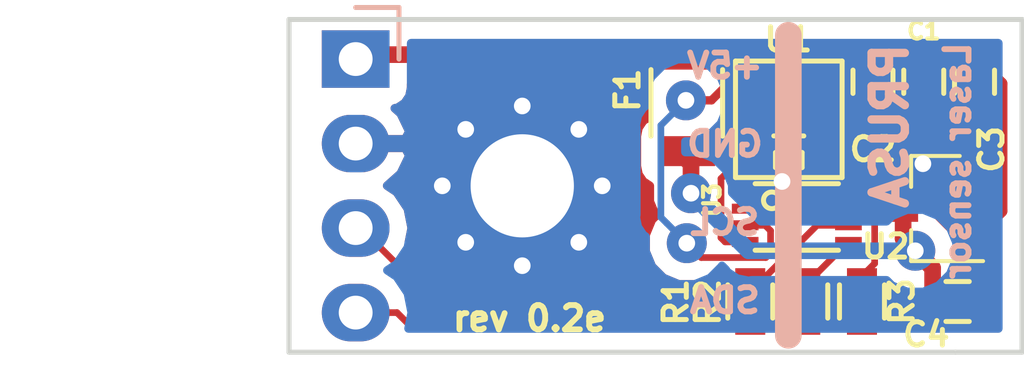
<source format=kicad_pcb>
(kicad_pcb (version 20171130) (host pcbnew "(5.0.0-rc2-dev-28-g5f578c884)")

  (general
    (thickness 1.6)
    (drawings 13)
    (tracks 115)
    (zones 0)
    (modules 13)
    (nets 11)
  )

  (page A4)
  (layers
    (0 F.Cu signal)
    (31 B.Cu signal)
    (32 B.Adhes user hide)
    (33 F.Adhes user hide)
    (34 B.Paste user hide)
    (35 F.Paste user hide)
    (36 B.SilkS user)
    (37 F.SilkS user)
    (38 B.Mask user hide)
    (39 F.Mask user)
    (40 Dwgs.User user hide)
    (41 Cmts.User user hide)
    (42 Eco1.User user hide)
    (43 Eco2.User user hide)
    (44 Edge.Cuts user)
    (45 Margin user hide)
    (46 B.CrtYd user hide)
    (47 F.CrtYd user)
    (48 B.Fab user hide)
    (49 F.Fab user hide)
  )

  (setup
    (last_trace_width 0.25)
    (user_trace_width 0.2)
    (user_trace_width 0.3)
    (user_trace_width 0.4)
    (user_trace_width 0.5)
    (trace_clearance 0.2)
    (zone_clearance 0.508)
    (zone_45_only no)
    (trace_min 0.2)
    (segment_width 0.2)
    (edge_width 0.15)
    (via_size 0.6)
    (via_drill 0.4)
    (via_min_size 0.4)
    (via_min_drill 0.3)
    (user_via 1.2 0.5)
    (uvia_size 0.3)
    (uvia_drill 0.1)
    (uvias_allowed no)
    (uvia_min_size 0.2)
    (uvia_min_drill 0.1)
    (pcb_text_width 0.3)
    (pcb_text_size 1.5 1.5)
    (mod_edge_width 0.15)
    (mod_text_size 1 1)
    (mod_text_width 0.15)
    (pad_size 0.6 0.6)
    (pad_drill 0.5)
    (pad_to_mask_clearance 0.2)
    (aux_axis_origin 0 0)
    (visible_elements FFFFFF7F)
    (pcbplotparams
      (layerselection 0x010fc_ffffffff)
      (usegerberextensions true)
      (usegerberattributes false)
      (usegerberadvancedattributes false)
      (creategerberjobfile false)
      (excludeedgelayer true)
      (linewidth 0.100000)
      (plotframeref false)
      (viasonmask false)
      (mode 1)
      (useauxorigin false)
      (hpglpennumber 1)
      (hpglpenspeed 20)
      (hpglpendiameter 15)
      (psnegative false)
      (psa4output false)
      (plotreference true)
      (plotvalue true)
      (plotinvisibletext false)
      (padsonsilk false)
      (subtractmaskfromsilk false)
      (outputformat 1)
      (mirror false)
      (drillshape 0)
      (scaleselection 1)
      (outputdirectory gerber/))
  )

  (net 0 "")
  (net 1 "Net-(C1-Pad1)")
  (net 2 GND)
  (net 3 "Net-(C2-Pad1)")
  (net 4 "Net-(P1-Pad3)")
  (net 5 "Net-(C4-Pad1)")
  (net 6 "Net-(P1-Pad4)")
  (net 7 "Net-(U1-Pad5)")
  (net 8 "Net-(U1-Pad6)")
  (net 9 "Net-(F1-Pad1)")
  (net 10 "Net-(R3-Pad1)")

  (net_class Default "Toto je výchozí třída sítě."
    (clearance 0.2)
    (trace_width 0.25)
    (via_dia 0.6)
    (via_drill 0.4)
    (uvia_dia 0.3)
    (uvia_drill 0.1)
    (add_net GND)
    (add_net "Net-(C1-Pad1)")
    (add_net "Net-(C2-Pad1)")
    (add_net "Net-(C4-Pad1)")
    (add_net "Net-(F1-Pad1)")
    (add_net "Net-(P1-Pad3)")
    (add_net "Net-(P1-Pad4)")
    (add_net "Net-(R3-Pad1)")
    (add_net "Net-(U1-Pad5)")
    (add_net "Net-(U1-Pad6)")
  )

  (module Pin_Headers:Pin_Header_Angled_1x04 (layer B.Cu) (tedit 5970B133) (tstamp 5970B04B)
    (at 2 -8.81 180)
    (descr "Through hole pin header")
    (tags "pin header")
    (path /596DEB87)
    (fp_text reference P1 (at 0 5.1 180) (layer B.SilkS) hide
      (effects (font (size 1 1) (thickness 0.15)) (justify mirror))
    )
    (fp_text value CONN_01X04 (at 0 3.1 180) (layer B.Fab)
      (effects (font (size 1 1) (thickness 0.15)) (justify mirror))
    )
    (fp_line (start -1.5 1.75) (end -1.5 -9.4) (layer B.CrtYd) (width 0.05))
    (fp_line (start -1.5 1.75) (end 10.65 1.75) (layer B.CrtYd) (width 0.05))
    (fp_line (start -1.5 -9.4) (end 10.65 -9.4) (layer B.CrtYd) (width 0.05))
    (fp_line (start -1.3 1.55) (end -1.3 0) (layer B.SilkS) (width 0.15))
    (fp_line (start 0 1.55) (end -1.3 1.55) (layer B.SilkS) (width 0.15))
    (pad 1 thru_hole rect (at 0 0 180) (size 2.032 1.7272) (drill 1.016) (layers *.Cu *.Mask)
      (net 9 "Net-(F1-Pad1)"))
    (pad 2 thru_hole oval (at 0 -2.54 180) (size 2.032 1.7272) (drill 1.016) (layers *.Cu *.Mask)
      (net 2 GND))
    (pad 3 thru_hole oval (at 0 -5.08 180) (size 2.032 1.7272) (drill 1.016) (layers *.Cu *.Mask)
      (net 4 "Net-(P1-Pad3)"))
    (pad 4 thru_hole oval (at 0 -7.62 180) (size 2.032 1.7272) (drill 1.016) (layers *.Cu *.Mask)
      (net 6 "Net-(P1-Pad4)"))
    (model Pin_Headers.3dshapes/Pin_Header_Angled_1x04.wrl
      (offset (xyz 0 -3.809999942779541 0))
      (scale (xyz 1 1 1))
      (rotate (xyz 0 0 90))
    )
  )

  (module Mounting_Holes:MountingHole_3.2mm_M3_Pad_Via locked (layer F.Cu) (tedit 5AE2F1DD) (tstamp 596DEB2A)
    (at 7 -5)
    (descr "Mounting Hole 3.2mm, M3")
    (tags "mounting hole 3.2mm m3")
    (fp_text reference REF** (at 0 -4.2) (layer F.SilkS) hide
      (effects (font (size 1 1) (thickness 0.15)))
    )
    (fp_text value MountingHole_3.2mm_M3_Pad_Via (at 0 4.2) (layer F.Fab) hide
      (effects (font (size 1 1) (thickness 0.15)))
    )
    (fp_circle (center 0 0) (end 3.2 0) (layer Cmts.User) (width 0.15))
    (fp_circle (center 0 0) (end 3.45 0) (layer F.CrtYd) (width 0.05))
    (pad 1 thru_hole circle (at 0 0) (size 6 6) (drill 3.1) (layers *.Cu *.Mask)
      (net 2 GND) (zone_connect 2))
    (pad "" thru_hole circle (at 2.4 0) (size 0.6 0.6) (drill 0.5) (layers *.Cu *.Mask)
      (net 2 GND) (zone_connect 2))
    (pad "" thru_hole circle (at 1.697056 1.697056) (size 0.6 0.6) (drill 0.5) (layers *.Cu *.Mask)
      (net 2 GND) (zone_connect 2))
    (pad "" thru_hole circle (at 0 2.4) (size 0.6 0.6) (drill 0.5) (layers *.Cu *.Mask)
      (net 2 GND) (zone_connect 2))
    (pad "" thru_hole circle (at -1.697056 1.697056) (size 0.6 0.6) (drill 0.5) (layers *.Cu *.Mask)
      (net 2 GND) (zone_connect 2))
    (pad "" thru_hole circle (at -2.4 0) (size 0.6 0.6) (drill 0.5) (layers *.Cu *.Mask)
      (net 2 GND) (zone_connect 2))
    (pad "" thru_hole circle (at -1.697056 -1.697056) (size 0.6 0.6) (drill 0.5) (layers *.Cu *.Mask)
      (net 2 GND) (zone_connect 2))
    (pad "" thru_hole circle (at 0 -2.4) (size 0.6 0.6) (drill 0.5) (layers *.Cu *.Mask)
      (net 2 GND) (zone_connect 2))
    (pad "" thru_hole circle (at 1.697056 -1.697056) (size 0.6 0.6) (drill 0.5) (layers *.Cu *.Mask)
      (net 2 GND) (zone_connect 2))
  )

  (module Capacitors_SMD:C_0603 (layer F.Cu) (tedit 5970C669) (tstamp 596DEDF4)
    (at 19.05 -8.128 90)
    (descr "Capacitor SMD 0603, reflow soldering, AVX (see smccp.pdf)")
    (tags "capacitor 0603")
    (path /596DEA23)
    (attr smd)
    (fp_text reference C1 (at 1.524 0 180) (layer F.SilkS)
      (effects (font (size 0.5 0.5) (thickness 0.125)))
    )
    (fp_text value 4u7 (at 0 1.9 90) (layer F.Fab)
      (effects (font (size 1 1) (thickness 0.15)))
    )
    (fp_line (start -0.8 0.4) (end -0.8 -0.4) (layer F.Fab) (width 0.15))
    (fp_line (start 0.8 0.4) (end -0.8 0.4) (layer F.Fab) (width 0.15))
    (fp_line (start 0.8 -0.4) (end 0.8 0.4) (layer F.Fab) (width 0.15))
    (fp_line (start -0.8 -0.4) (end 0.8 -0.4) (layer F.Fab) (width 0.15))
    (fp_line (start -1.45 -0.75) (end 1.45 -0.75) (layer F.CrtYd) (width 0.05))
    (fp_line (start -1.45 0.75) (end 1.45 0.75) (layer F.CrtYd) (width 0.05))
    (fp_line (start -1.45 -0.75) (end -1.45 0.75) (layer F.CrtYd) (width 0.05))
    (fp_line (start 1.45 -0.75) (end 1.45 0.75) (layer F.CrtYd) (width 0.05))
    (fp_line (start -0.35 -0.6) (end 0.35 -0.6) (layer F.SilkS) (width 0.15))
    (fp_line (start 0.35 0.6) (end -0.35 0.6) (layer F.SilkS) (width 0.15))
    (pad 1 smd rect (at -0.75 0 90) (size 0.8 0.75) (layers F.Cu F.Paste F.Mask)
      (net 1 "Net-(C1-Pad1)"))
    (pad 2 smd rect (at 0.75 0 90) (size 0.8 0.75) (layers F.Cu F.Paste F.Mask)
      (net 2 GND))
    (model Capacitors_SMD.3dshapes/C_0603.wrl
      (at (xyz 0 0 0))
      (scale (xyz 1 1 1))
      (rotate (xyz 0 0 0))
    )
  )

  (module Capacitors_SMD:C_0603 (layer F.Cu) (tedit 596DEE02) (tstamp 596DEDF9)
    (at 17.526 -8.128 90)
    (descr "Capacitor SMD 0603, reflow soldering, AVX (see smccp.pdf)")
    (tags "capacitor 0603")
    (path /596DE985)
    (attr smd)
    (fp_text reference C2 (at -2.032 0) (layer F.SilkS)
      (effects (font (size 0.7 0.7) (thickness 0.15)))
    )
    (fp_text value 10u (at 0 1.9 90) (layer F.Fab)
      (effects (font (size 1 1) (thickness 0.15)))
    )
    (fp_line (start -0.8 0.4) (end -0.8 -0.4) (layer F.Fab) (width 0.15))
    (fp_line (start 0.8 0.4) (end -0.8 0.4) (layer F.Fab) (width 0.15))
    (fp_line (start 0.8 -0.4) (end 0.8 0.4) (layer F.Fab) (width 0.15))
    (fp_line (start -0.8 -0.4) (end 0.8 -0.4) (layer F.Fab) (width 0.15))
    (fp_line (start -1.45 -0.75) (end 1.45 -0.75) (layer F.CrtYd) (width 0.05))
    (fp_line (start -1.45 0.75) (end 1.45 0.75) (layer F.CrtYd) (width 0.05))
    (fp_line (start -1.45 -0.75) (end -1.45 0.75) (layer F.CrtYd) (width 0.05))
    (fp_line (start 1.45 -0.75) (end 1.45 0.75) (layer F.CrtYd) (width 0.05))
    (fp_line (start -0.35 -0.6) (end 0.35 -0.6) (layer F.SilkS) (width 0.15))
    (fp_line (start 0.35 0.6) (end -0.35 0.6) (layer F.SilkS) (width 0.15))
    (pad 1 smd rect (at -0.75 0 90) (size 0.8 0.75) (layers F.Cu F.Paste F.Mask)
      (net 3 "Net-(C2-Pad1)"))
    (pad 2 smd rect (at 0.75 0 90) (size 0.8 0.75) (layers F.Cu F.Paste F.Mask)
      (net 2 GND))
    (model Capacitors_SMD.3dshapes/C_0603.wrl
      (at (xyz 0 0 0))
      (scale (xyz 1 1 1))
      (rotate (xyz 0 0 0))
    )
  )

  (module Capacitors_SMD:C_0603 (layer F.Cu) (tedit 596DEDF9) (tstamp 596DEDFE)
    (at 20.574 -8.128 90)
    (descr "Capacitor SMD 0603, reflow soldering, AVX (see smccp.pdf)")
    (tags "capacitor 0603")
    (path /596DE90B)
    (attr smd)
    (fp_text reference C3 (at -2.032 0.508 270) (layer F.SilkS)
      (effects (font (size 0.7 0.7) (thickness 0.15)))
    )
    (fp_text value 100n (at 0 1.9 90) (layer F.Fab)
      (effects (font (size 1 1) (thickness 0.15)))
    )
    (fp_line (start -0.8 0.4) (end -0.8 -0.4) (layer F.Fab) (width 0.15))
    (fp_line (start 0.8 0.4) (end -0.8 0.4) (layer F.Fab) (width 0.15))
    (fp_line (start 0.8 -0.4) (end 0.8 0.4) (layer F.Fab) (width 0.15))
    (fp_line (start -0.8 -0.4) (end 0.8 -0.4) (layer F.Fab) (width 0.15))
    (fp_line (start -1.45 -0.75) (end 1.45 -0.75) (layer F.CrtYd) (width 0.05))
    (fp_line (start -1.45 0.75) (end 1.45 0.75) (layer F.CrtYd) (width 0.05))
    (fp_line (start -1.45 -0.75) (end -1.45 0.75) (layer F.CrtYd) (width 0.05))
    (fp_line (start 1.45 -0.75) (end 1.45 0.75) (layer F.CrtYd) (width 0.05))
    (fp_line (start -0.35 -0.6) (end 0.35 -0.6) (layer F.SilkS) (width 0.15))
    (fp_line (start 0.35 0.6) (end -0.35 0.6) (layer F.SilkS) (width 0.15))
    (pad 1 smd rect (at -0.75 0 90) (size 0.8 0.75) (layers F.Cu F.Paste F.Mask)
      (net 3 "Net-(C2-Pad1)"))
    (pad 2 smd rect (at 0.75 0 90) (size 0.8 0.75) (layers F.Cu F.Paste F.Mask)
      (net 2 GND))
    (model Capacitors_SMD.3dshapes/C_0603.wrl
      (at (xyz 0 0 0))
      (scale (xyz 1 1 1))
      (rotate (xyz 0 0 0))
    )
  )

  (module Capacitors_SMD:C_0603 (layer F.Cu) (tedit 5AE2F248) (tstamp 596F3D33)
    (at 20.066 -1.524)
    (descr "Capacitor SMD 0603, reflow soldering, AVX (see smccp.pdf)")
    (tags "capacitor 0603")
    (path /596F4648)
    (attr smd)
    (fp_text reference C4 (at -0.9398 0.9906 180) (layer F.SilkS)
      (effects (font (size 0.7 0.7) (thickness 0.15)))
    )
    (fp_text value 4u7 (at -0.066 0.024) (layer F.Fab)
      (effects (font (size 0.5 0.5) (thickness 0.125)))
    )
    (fp_line (start -0.8 0.4) (end -0.8 -0.4) (layer F.Fab) (width 0.15))
    (fp_line (start 0.8 0.4) (end -0.8 0.4) (layer F.Fab) (width 0.15))
    (fp_line (start 0.8 -0.4) (end 0.8 0.4) (layer F.Fab) (width 0.15))
    (fp_line (start -0.8 -0.4) (end 0.8 -0.4) (layer F.Fab) (width 0.15))
    (fp_line (start -1.45 -0.75) (end 1.45 -0.75) (layer F.CrtYd) (width 0.05))
    (fp_line (start -1.45 0.75) (end 1.45 0.75) (layer F.CrtYd) (width 0.05))
    (fp_line (start -1.45 -0.75) (end -1.45 0.75) (layer F.CrtYd) (width 0.05))
    (fp_line (start 1.45 -0.75) (end 1.45 0.75) (layer F.CrtYd) (width 0.05))
    (fp_line (start -0.35 -0.6) (end 0.35 -0.6) (layer F.SilkS) (width 0.15))
    (fp_line (start 0.35 0.6) (end -0.35 0.6) (layer F.SilkS) (width 0.15))
    (pad 1 smd rect (at -0.75 0) (size 0.8 0.75) (layers F.Cu F.Paste F.Mask)
      (net 5 "Net-(C4-Pad1)"))
    (pad 2 smd rect (at 0.75 0) (size 0.8 0.75) (layers F.Cu F.Paste F.Mask)
      (net 2 GND))
    (model Capacitors_SMD.3dshapes/C_0603.wrl
      (at (xyz 0 0 0))
      (scale (xyz 1 1 1))
      (rotate (xyz 0 0 0))
    )
  )

  (module TO_SOT_Packages_SMD:SOT-23 (layer F.Cu) (tedit 5AE2F275) (tstamp 5A8C1F32)
    (at 19.431 -4.318 180)
    (descr "SOT-23, Standard")
    (tags SOT-23)
    (path /596F382C)
    (attr smd)
    (fp_text reference U2 (at 1.524 -1.143) (layer F.SilkS)
      (effects (font (size 0.7 0.7) (thickness 0.15)))
    )
    (fp_text value MCP1703T (at -0.069 -0.118 270) (layer F.Fab)
      (effects (font (size 0.5 0.5) (thickness 0.125)))
    )
    (fp_line (start 0.76 1.58) (end 0.76 0.65) (layer F.SilkS) (width 0.12))
    (fp_line (start 0.76 -1.58) (end 0.76 -0.65) (layer F.SilkS) (width 0.12))
    (fp_line (start 0.7 -1.52) (end 0.7 1.52) (layer F.Fab) (width 0.15))
    (fp_line (start -0.7 1.52) (end 0.7 1.52) (layer F.Fab) (width 0.15))
    (fp_line (start -1.7 -1.75) (end 1.7 -1.75) (layer F.CrtYd) (width 0.05))
    (fp_line (start 1.7 -1.75) (end 1.7 1.75) (layer F.CrtYd) (width 0.05))
    (fp_line (start 1.7 1.75) (end -1.7 1.75) (layer F.CrtYd) (width 0.05))
    (fp_line (start -1.7 1.75) (end -1.7 -1.75) (layer F.CrtYd) (width 0.05))
    (fp_line (start 0.76 -1.58) (end -1.4 -1.58) (layer F.SilkS) (width 0.12))
    (fp_line (start -0.7 -1.52) (end 0.7 -1.52) (layer F.Fab) (width 0.15))
    (fp_line (start -0.7 -1.52) (end -0.7 1.52) (layer F.Fab) (width 0.15))
    (fp_line (start 0.76 1.58) (end -0.7 1.58) (layer F.SilkS) (width 0.12))
    (pad 1 smd rect (at -1 -0.95 180) (size 0.9 0.8) (layers F.Cu F.Paste F.Mask)
      (net 2 GND))
    (pad 2 smd rect (at -1 0.95 180) (size 0.9 0.8) (layers F.Cu F.Paste F.Mask)
      (net 3 "Net-(C2-Pad1)"))
    (pad 3 smd rect (at 1 0 180) (size 0.9 0.8) (layers F.Cu F.Paste F.Mask)
      (net 5 "Net-(C4-Pad1)"))
    (model TO_SOT_Packages_SMD.3dshapes/SOT-23.wrl
      (at (xyz 0 0 0))
      (scale (xyz 1 1 1))
      (rotate (xyz 0 0 90))
    )
  )

  (module Resistors_SMD:R_0603 (layer F.Cu) (tedit 5AE2F1F5) (tstamp 5A8C1A60)
    (at 13.843 -1.524 270)
    (descr "Resistor SMD 0603, reflow soldering, Vishay (see dcrcw.pdf)")
    (tags "resistor 0603")
    (path /596F62F7)
    (attr smd)
    (fp_text reference R1 (at 0.0254 2.2352 90) (layer F.SilkS)
      (effects (font (size 0.7 0.7) (thickness 0.15)))
    )
    (fp_text value 4k7 (at 0.024 -0.057 270) (layer F.Fab)
      (effects (font (size 0.5 0.5) (thickness 0.125)))
    )
    (fp_line (start -0.8 0.4) (end -0.8 -0.4) (layer F.Fab) (width 0.1))
    (fp_line (start 0.8 0.4) (end -0.8 0.4) (layer F.Fab) (width 0.1))
    (fp_line (start 0.8 -0.4) (end 0.8 0.4) (layer F.Fab) (width 0.1))
    (fp_line (start -0.8 -0.4) (end 0.8 -0.4) (layer F.Fab) (width 0.1))
    (fp_line (start -1.3 -0.8) (end 1.3 -0.8) (layer F.CrtYd) (width 0.05))
    (fp_line (start -1.3 0.8) (end 1.3 0.8) (layer F.CrtYd) (width 0.05))
    (fp_line (start -1.3 -0.8) (end -1.3 0.8) (layer F.CrtYd) (width 0.05))
    (fp_line (start 1.3 -0.8) (end 1.3 0.8) (layer F.CrtYd) (width 0.05))
    (fp_line (start 0.5 0.675) (end -0.5 0.675) (layer F.SilkS) (width 0.15))
    (fp_line (start -0.5 -0.675) (end 0.5 -0.675) (layer F.SilkS) (width 0.15))
    (pad 1 smd rect (at -0.75 0 270) (size 0.5 0.9) (layers F.Cu F.Paste F.Mask)
      (net 4 "Net-(P1-Pad3)"))
    (pad 2 smd rect (at 0.75 0 270) (size 0.5 0.9) (layers F.Cu F.Paste F.Mask)
      (net 5 "Net-(C4-Pad1)"))
    (model Resistors_SMD.3dshapes/R_0603.wrl
      (at (xyz 0 0 0))
      (scale (xyz 1 1 1))
      (rotate (xyz 0 0 0))
    )
  )

  (module Resistors_SMD:R_0603 (layer F.Cu) (tedit 5AE2F220) (tstamp 596F7D92)
    (at 15.494 -1.524 90)
    (descr "Resistor SMD 0603, reflow soldering, Vishay (see dcrcw.pdf)")
    (tags "resistor 0603")
    (path /596F63F4)
    (attr smd)
    (fp_text reference R2 (at -0.0254 -2.921 90) (layer F.SilkS)
      (effects (font (size 0.7 0.7) (thickness 0.15)))
    )
    (fp_text value 4k7 (at -0.024 0.006 90) (layer F.Fab)
      (effects (font (size 0.5 0.5) (thickness 0.125)))
    )
    (fp_line (start -0.8 0.4) (end -0.8 -0.4) (layer F.Fab) (width 0.1))
    (fp_line (start 0.8 0.4) (end -0.8 0.4) (layer F.Fab) (width 0.1))
    (fp_line (start 0.8 -0.4) (end 0.8 0.4) (layer F.Fab) (width 0.1))
    (fp_line (start -0.8 -0.4) (end 0.8 -0.4) (layer F.Fab) (width 0.1))
    (fp_line (start -1.3 -0.8) (end 1.3 -0.8) (layer F.CrtYd) (width 0.05))
    (fp_line (start -1.3 0.8) (end 1.3 0.8) (layer F.CrtYd) (width 0.05))
    (fp_line (start -1.3 -0.8) (end -1.3 0.8) (layer F.CrtYd) (width 0.05))
    (fp_line (start 1.3 -0.8) (end 1.3 0.8) (layer F.CrtYd) (width 0.05))
    (fp_line (start 0.5 0.675) (end -0.5 0.675) (layer F.SilkS) (width 0.15))
    (fp_line (start -0.5 -0.675) (end 0.5 -0.675) (layer F.SilkS) (width 0.15))
    (pad 1 smd rect (at -0.75 0 90) (size 0.5 0.9) (layers F.Cu F.Paste F.Mask)
      (net 5 "Net-(C4-Pad1)"))
    (pad 2 smd rect (at 0.75 0 90) (size 0.5 0.9) (layers F.Cu F.Paste F.Mask)
      (net 6 "Net-(P1-Pad4)"))
    (model Resistors_SMD.3dshapes/R_0603.wrl
      (at (xyz 0 0 0))
      (scale (xyz 1 1 1))
      (rotate (xyz 0 0 0))
    )
  )

  (module ok1hra:PAT9125EL (layer F.Cu) (tedit 595117B6) (tstamp 596F8436)
    (at 15 -7 90)
    (path /595118F0)
    (attr smd)
    (fp_text reference U1 (at 2.398 -0.014 180) (layer F.SilkS)
      (effects (font (size 0.7 0.7) (thickness 0.15)))
    )
    (fp_text value PAT9125EL (at 0 -2.3 90) (layer F.Fab)
      (effects (font (size 0.7 0.7) (thickness 0.15)))
    )
    (fp_line (start -0.5 -0.45) (end -0.5 0.45) (layer F.SilkS) (width 0.15))
    (fp_line (start -1 -0.4) (end -1.45 -0.4) (layer F.SilkS) (width 0.15))
    (fp_line (start -1 0.4) (end -1 -0.4) (layer F.SilkS) (width 0.15))
    (fp_line (start -1.45 0.4) (end -1 0.4) (layer F.SilkS) (width 0.15))
    (fp_line (start -1.45 -0.4) (end -1.45 0.4) (layer F.SilkS) (width 0.15))
    (fp_line (start -1.75 1.6) (end -1.75 -1.6) (layer F.SilkS) (width 0.15))
    (fp_line (start 1.75 1.6) (end -1.75 1.6) (layer F.SilkS) (width 0.15))
    (fp_line (start 1.75 -1.6) (end 1.75 1.6) (layer F.SilkS) (width 0.15))
    (fp_line (start -1.75 -1.6) (end 1.75 -1.6) (layer F.SilkS) (width 0.15))
    (pad 1 smd rect (at -1.2 1.065 90) (size 0.5 0.75) (layers F.Cu F.Paste F.Mask)
      (net 3 "Net-(C2-Pad1)"))
    (pad 2 smd rect (at -0.4 1.065 90) (size 0.5 0.75) (layers F.Cu F.Paste F.Mask)
      (net 1 "Net-(C1-Pad1)"))
    (pad 3 smd rect (at 0.4 1.065 90) (size 0.5 0.75) (layers F.Cu F.Paste F.Mask)
      (net 3 "Net-(C2-Pad1)"))
    (pad 4 smd rect (at 1.2 1.065 90) (size 0.5 0.75) (layers F.Cu F.Paste F.Mask)
      (net 2 GND))
    (pad 5 smd rect (at 1.2 -1.065 90) (size 0.5 0.75) (layers F.Cu F.Paste F.Mask)
      (net 7 "Net-(U1-Pad5)"))
    (pad 6 smd rect (at 0.4 -1.065 90) (size 0.5 0.75) (layers F.Cu F.Paste F.Mask)
      (net 8 "Net-(U1-Pad6)"))
    (pad 7 smd rect (at -0.4 -1.065 90) (size 0.5 0.75) (layers F.Cu F.Paste F.Mask))
    (pad 8 smd rect (at -1.2 -1.065 90) (size 0.5 0.75) (layers F.Cu F.Paste F.Mask)
      (net 2 GND))
    (pad 9 smd circle (at 1.15 0 90) (size 0.69 0.69) (layers F.Cu F.Paste F.Mask))
    (model ../../../../../home/dan/kicad/img/PAC7640.wrl
      (at (xyz 0 0 0))
      (scale (xyz 0.393701 0.393701 0.393701))
      (rotate (xyz 0 0 0))
    )
    (model ../../../../../home/dan/kicad/img/PAC7640.wrl
      (at (xyz 0 0 0))
      (scale (xyz 0.393700787 0.393700787 0.393700787))
      (rotate (xyz 0 0 0))
    )
  )

  (module ok1hra:LSF0102 (layer F.Cu) (tedit 5809029C) (tstamp 5A8C0DEA)
    (at 15.24 -4.064 90)
    (path /596F5C76)
    (attr smd)
    (fp_text reference U3 (at 0.508 -2.54 90) (layer F.SilkS)
      (effects (font (size 0.5 0.5) (thickness 0.125)))
    )
    (fp_text value LSF0102 (at -0.164 0) (layer F.Fab)
      (effects (font (size 0.5 0.5) (thickness 0.125)))
    )
    (fp_circle (center 0.5 -0.75) (end 0.25 -0.75) (layer F.SilkS) (width 0.15))
    (fp_line (start -1 1.25) (end -1 -1.25) (layer F.SilkS) (width 0.15))
    (fp_line (start 1 -1.25) (end 1 1.25) (layer F.SilkS) (width 0.15))
    (pad 1 smd rect (at 0.75 -1.55 270) (size 0.3 0.8) (layers F.Cu F.Paste F.Mask)
      (net 2 GND))
    (pad 2 smd rect (at 0.25 -1.55 270) (size 0.3 0.8) (layers F.Cu F.Paste F.Mask)
      (net 3 "Net-(C2-Pad1)"))
    (pad 3 smd rect (at -0.25 -1.55 270) (size 0.3 0.8) (layers F.Cu F.Paste F.Mask)
      (net 7 "Net-(U1-Pad5)"))
    (pad 4 smd rect (at -0.75 -1.55 270) (size 0.3 0.8) (layers F.Cu F.Paste F.Mask)
      (net 8 "Net-(U1-Pad6)"))
    (pad 5 smd rect (at -0.75 1.55 270) (size 0.3 0.8) (layers F.Cu F.Paste F.Mask)
      (net 6 "Net-(P1-Pad4)"))
    (pad 6 smd rect (at -0.25 1.55 270) (size 0.3 0.8) (layers F.Cu F.Paste F.Mask)
      (net 4 "Net-(P1-Pad3)"))
    (pad 7 smd rect (at 0.25 1.55 270) (size 0.3 0.8) (layers F.Cu F.Paste F.Mask)
      (net 10 "Net-(R3-Pad1)"))
    (pad 8 smd rect (at 0.75 1.55 270) (size 0.3 0.8) (layers F.Cu F.Paste F.Mask)
      (net 10 "Net-(R3-Pad1)"))
    (model /home/dan/kicad/hra/lib/ok1hra3d/AB2_VSSOP08.wrl
      (at (xyz 0 0 0))
      (scale (xyz 0.3 0.3 0.3))
      (rotate (xyz 0 0 0))
    )
  )

  (module Resistors_SMD:R_1206 (layer F.Cu) (tedit 5A8B003C) (tstamp 5A8C21F2)
    (at 11.938 -7.493 270)
    (descr "Resistor SMD 1206, reflow soldering, Vishay (see dcrcw.pdf)")
    (tags "resistor 1206")
    (path /5A8AF791)
    (attr smd)
    (fp_text reference F1 (at -0.381 1.778 270) (layer F.SilkS)
      (effects (font (size 0.7 0.7) (thickness 0.15)))
    )
    (fp_text value 50mA (at 0 2.3 270) (layer F.Fab)
      (effects (font (size 1 1) (thickness 0.15)))
    )
    (fp_line (start -1.6 0.8) (end -1.6 -0.8) (layer F.Fab) (width 0.1))
    (fp_line (start 1.6 0.8) (end -1.6 0.8) (layer F.Fab) (width 0.1))
    (fp_line (start 1.6 -0.8) (end 1.6 0.8) (layer F.Fab) (width 0.1))
    (fp_line (start -1.6 -0.8) (end 1.6 -0.8) (layer F.Fab) (width 0.1))
    (fp_line (start -2.2 -1.2) (end 2.2 -1.2) (layer F.CrtYd) (width 0.05))
    (fp_line (start -2.2 1.2) (end 2.2 1.2) (layer F.CrtYd) (width 0.05))
    (fp_line (start -2.2 -1.2) (end -2.2 1.2) (layer F.CrtYd) (width 0.05))
    (fp_line (start 2.2 -1.2) (end 2.2 1.2) (layer F.CrtYd) (width 0.05))
    (fp_line (start 1 1.075) (end -1 1.075) (layer F.SilkS) (width 0.15))
    (fp_line (start -1 -1.075) (end 1 -1.075) (layer F.SilkS) (width 0.15))
    (pad 1 smd rect (at -1.45 0 270) (size 0.9 1.7) (layers F.Cu F.Paste F.Mask)
      (net 9 "Net-(F1-Pad1)"))
    (pad 2 smd rect (at 1.45 0 270) (size 0.9 1.7) (layers F.Cu F.Paste F.Mask)
      (net 5 "Net-(C4-Pad1)"))
    (model Resistors_SMD.3dshapes/R_1206.wrl
      (at (xyz 0 0 0))
      (scale (xyz 1 1 1))
      (rotate (xyz 0 0 0))
    )
  )

  (module Resistors_SMD:R_0603 (layer F.Cu) (tedit 5AE2F236) (tstamp 5AC515E3)
    (at 17.1958 -1.524 270)
    (descr "Resistor SMD 0603, reflow soldering, Vishay (see dcrcw.pdf)")
    (tags "resistor 0603")
    (path /5AB283C4)
    (attr smd)
    (fp_text reference R3 (at 0 -1.1938 270) (layer F.SilkS)
      (effects (font (size 0.7 0.7) (thickness 0.15)))
    )
    (fp_text value 200k (at -0.076 -0.0042 270) (layer F.Fab)
      (effects (font (size 0.5 0.5) (thickness 0.125)))
    )
    (fp_line (start -0.8 0.4) (end -0.8 -0.4) (layer F.Fab) (width 0.1))
    (fp_line (start 0.8 0.4) (end -0.8 0.4) (layer F.Fab) (width 0.1))
    (fp_line (start 0.8 -0.4) (end 0.8 0.4) (layer F.Fab) (width 0.1))
    (fp_line (start -0.8 -0.4) (end 0.8 -0.4) (layer F.Fab) (width 0.1))
    (fp_line (start -1.3 -0.8) (end 1.3 -0.8) (layer F.CrtYd) (width 0.05))
    (fp_line (start -1.3 0.8) (end 1.3 0.8) (layer F.CrtYd) (width 0.05))
    (fp_line (start -1.3 -0.8) (end -1.3 0.8) (layer F.CrtYd) (width 0.05))
    (fp_line (start 1.3 -0.8) (end 1.3 0.8) (layer F.CrtYd) (width 0.05))
    (fp_line (start 0.5 0.675) (end -0.5 0.675) (layer F.SilkS) (width 0.15))
    (fp_line (start -0.5 -0.675) (end 0.5 -0.675) (layer F.SilkS) (width 0.15))
    (pad 1 smd rect (at -0.75 0 270) (size 0.5 0.9) (layers F.Cu F.Paste F.Mask)
      (net 10 "Net-(R3-Pad1)"))
    (pad 2 smd rect (at 0.75 0 270) (size 0.5 0.9) (layers F.Cu F.Paste F.Mask)
      (net 5 "Net-(C4-Pad1)"))
    (model Resistors_SMD.3dshapes/R_0603.wrl
      (at (xyz 0 0 0))
      (scale (xyz 1 1 1))
      (rotate (xyz 0 0 0))
    )
  )

  (dimension 10 (width 0.2) (layer Margin)
    (gr_text "10,000 mm" (at 26.35 -5 90) (layer Margin)
      (effects (font (size 1 1) (thickness 0.2)))
    )
    (feature1 (pts (xy 22 -10) (xy 27.7 -10)))
    (feature2 (pts (xy 22 0) (xy 27.7 0)))
    (crossbar (pts (xy 25 0) (xy 25 -10)))
    (arrow1a (pts (xy 25 -10) (xy 25.586421 -8.873496)))
    (arrow1b (pts (xy 25 -10) (xy 24.413579 -8.873496)))
    (arrow2a (pts (xy 25 0) (xy 25.586421 -1.126504)))
    (arrow2b (pts (xy 25 0) (xy 24.413579 -1.126504)))
  )
  (dimension 22 (width 0.2) (layer Margin)
    (gr_text "22,000 mm" (at 11 -14.35) (layer Margin)
      (effects (font (size 1 1) (thickness 0.2)))
    )
    (feature1 (pts (xy 22 -10) (xy 22 -15.7)))
    (feature2 (pts (xy 0 -10) (xy 0 -15.7)))
    (crossbar (pts (xy 0 -13) (xy 22 -13)))
    (arrow1a (pts (xy 22 -13) (xy 20.873496 -12.413579)))
    (arrow1b (pts (xy 22 -13) (xy 20.873496 -13.586421)))
    (arrow2a (pts (xy 0 -13) (xy 1.126504 -12.413579)))
    (arrow2b (pts (xy 0 -13) (xy 1.126504 -13.586421)))
  )
  (gr_line (start 20 0) (end 22 0) (layer Edge.Cuts) (width 0.15))
  (gr_line (start 20 -10) (end 22 -10) (layer Edge.Cuts) (width 0.15))
  (gr_line (start 22 -10) (end 22 0) (layer Edge.Cuts) (width 0.15))
  (gr_text "rev 0.2e" (at 4.826 -1.016) (layer F.SilkS) (tstamp 596F8241)
    (effects (font (size 0.73 0.73) (thickness 0.175)) (justify left))
  )
  (gr_text "Laser sensor" (at 20.066 -9.398 90) (layer B.SilkS) (tstamp 596F8234)
    (effects (font (size 0.73 0.73) (thickness 0.175)) (justify left mirror))
  )
  (gr_text PRUSA (at 18.034 -9.398 90) (layer B.SilkS) (tstamp 596F8117)
    (effects (font (size 1 1) (thickness 0.25)) (justify left mirror))
  )
  (gr_line (start 14.986 -9.525) (end 14.986 -0.508) (layer B.SilkS) (width 0.8))
  (gr_text "+5V\n\nGND\n\nSCL\n\nSDA" (at 13.081 -5.08) (layer B.SilkS)
    (effects (font (size 0.73 0.73) (thickness 0.175)) (justify mirror))
  )
  (gr_line (start 20 -10) (end 0 -10) (layer Edge.Cuts) (width 0.15))
  (gr_line (start 20 0) (end 0 0) (angle 90) (layer Edge.Cuts) (width 0.15))
  (gr_line (start 0 0) (end 0 -10) (angle 90) (layer Edge.Cuts) (width 0.15))

  (segment (start 19.05 -7.378) (end 19.05 -7.353) (width 0.3) (layer F.Cu) (net 1))
  (segment (start 19.05 -7.353) (end 18.297 -6.6) (width 0.3) (layer F.Cu) (net 1))
  (segment (start 16.74 -6.6) (end 16.065 -6.6) (width 0.3) (layer F.Cu) (net 1))
  (segment (start 18.297 -6.6) (end 16.74 -6.6) (width 0.3) (layer F.Cu) (net 1))
  (segment (start 20.816 -1.524) (end 20.816 -2.983) (width 0.5) (layer F.Cu) (net 2))
  (segment (start 20.816 -2.983) (end 20.431 -3.368) (width 0.5) (layer F.Cu) (net 2))
  (segment (start 20.431 -3.368) (end 20.381 -3.368) (width 0.5) (layer F.Cu) (net 2))
  (segment (start 19.481 -4.268) (end 19.481 -5.2078) (width 0.5) (layer F.Cu) (net 2))
  (via (at 19.0246 -5.6642) (size 1.2) (drill 0.5) (layers F.Cu B.Cu) (net 2))
  (segment (start 20.381 -3.368) (end 19.481 -4.268) (width 0.5) (layer F.Cu) (net 2))
  (segment (start 19.481 -5.2078) (end 19.0246 -5.6642) (width 0.5) (layer F.Cu) (net 2))
  (segment (start 21.3614 -8.0656) (end 21.3614 -4.2484) (width 0.4) (layer F.Cu) (net 2))
  (segment (start 21.3614 -4.2484) (end 20.481 -3.368) (width 0.4) (layer F.Cu) (net 2))
  (segment (start 20.481 -3.368) (end 20.431 -3.368) (width 0.4) (layer F.Cu) (net 2))
  (segment (start 20.574 -8.878) (end 20.574 -8.853) (width 0.4) (layer F.Cu) (net 2))
  (segment (start 20.574 -8.853) (end 21.3614 -8.0656) (width 0.4) (layer F.Cu) (net 2))
  (segment (start 17.526 -8.878) (end 16.743 -8.878) (width 0.5) (layer F.Cu) (net 2))
  (segment (start 16.743 -8.878) (end 16.065 -8.2) (width 0.5) (layer F.Cu) (net 2))
  (segment (start 19.05 -8.878) (end 17.526 -8.878) (width 0.5) (layer F.Cu) (net 2))
  (segment (start 20.574 -8.878) (end 19.05 -8.878) (width 0.5) (layer F.Cu) (net 2))
  (segment (start 13.935 -5.8) (end 14.06 -5.8) (width 0.2) (layer F.Cu) (net 2))
  (segment (start 14.480051 -4.814) (end 14.796695 -5.130644) (width 0.2) (layer F.Cu) (net 2))
  (via (at 14.796695 -5.130644) (size 1.2) (drill 0.5) (layers F.Cu B.Cu) (net 2))
  (segment (start 13.69 -4.814) (end 14.480051 -4.814) (width 0.2) (layer F.Cu) (net 2))
  (segment (start 14.06 -5.8) (end 14.729356 -5.130644) (width 0.2) (layer F.Cu) (net 2))
  (segment (start 14.729356 -5.130644) (end 14.796695 -5.130644) (width 0.2) (layer F.Cu) (net 2))
  (segment (start 20.431 -5.268) (end 20.431 -7.235) (width 0.5) (layer F.Cu) (net 3))
  (segment (start 20.431 -7.235) (end 20.574 -7.378) (width 0.5) (layer F.Cu) (net 3))
  (segment (start 19.9256 -8.0264) (end 20.574 -7.378) (width 0.5) (layer F.Cu) (net 3))
  (segment (start 19.7358 -8.128) (end 19.8374 -8.0264) (width 0.25) (layer F.Cu) (net 3))
  (segment (start 18.288 -8.128) (end 19.7358 -8.128) (width 0.25) (layer F.Cu) (net 3))
  (segment (start 18.1864 -8.0264) (end 18.288 -8.128) (width 0.25) (layer F.Cu) (net 3))
  (segment (start 17.538 -7.378) (end 18.1864 -8.0264) (width 0.5) (layer F.Cu) (net 3))
  (segment (start 17.526 -7.378) (end 17.538 -7.378) (width 0.5) (layer F.Cu) (net 3))
  (segment (start 16.065 -7.4) (end 17.504 -7.4) (width 0.5) (layer F.Cu) (net 3))
  (segment (start 17.504 -7.4) (end 17.526 -7.378) (width 0.5) (layer F.Cu) (net 3))
  (segment (start 20.574 -7.403) (end 20.574 -7.378) (width 0.3) (layer F.Cu) (net 3))
  (segment (start 14.373358 -4.230642) (end 15.228697 -4.230642) (width 0.2) (layer F.Cu) (net 3))
  (segment (start 16.065 -5.35) (end 16.065 -5.8) (width 0.2) (layer F.Cu) (net 3))
  (segment (start 15.228697 -4.230642) (end 15.98168 -4.983625) (width 0.2) (layer F.Cu) (net 3))
  (segment (start 14.29 -4.314) (end 14.373358 -4.230642) (width 0.2) (layer F.Cu) (net 3))
  (segment (start 13.69 -4.314) (end 14.29 -4.314) (width 0.2) (layer F.Cu) (net 3))
  (segment (start 15.98168 -4.983625) (end 15.98168 -5.26668) (width 0.2) (layer F.Cu) (net 3))
  (segment (start 15.98168 -5.26668) (end 16.065 -5.35) (width 0.2) (layer F.Cu) (net 3))
  (segment (start 15.0622 -6.257798) (end 15.0622 -7.0358) (width 0.4) (layer F.Cu) (net 3))
  (segment (start 16.065 -5.8) (end 15.915001 -5.949999) (width 0.4) (layer F.Cu) (net 3))
  (segment (start 15.369999 -5.949999) (end 15.0622 -6.257798) (width 0.4) (layer F.Cu) (net 3))
  (segment (start 15.4264 -7.4) (end 16.065 -7.4) (width 0.4) (layer F.Cu) (net 3))
  (segment (start 15.915001 -5.949999) (end 15.369999 -5.949999) (width 0.4) (layer F.Cu) (net 3))
  (segment (start 15.0622 -7.0358) (end 15.4264 -7.4) (width 0.4) (layer F.Cu) (net 3))
  (segment (start 16.79 -3.814) (end 15.845702 -3.814) (width 0.2) (layer F.Cu) (net 4))
  (segment (start 15.845702 -3.814) (end 14.305702 -2.274) (width 0.2) (layer F.Cu) (net 4))
  (segment (start 14.305702 -2.274) (end 14.097 -2.274) (width 0.2) (layer F.Cu) (net 4))
  (segment (start 12.443 -1.27) (end 4.6124 -1.27) (width 0.2) (layer F.Cu) (net 4))
  (segment (start 4.6124 -1.27) (end 2.1524 -3.73) (width 0.2) (layer F.Cu) (net 4))
  (segment (start 14.097 -2.274) (end 13.447 -2.274) (width 0.2) (layer F.Cu) (net 4))
  (segment (start 13.447 -2.274) (end 12.443 -1.27) (width 0.2) (layer F.Cu) (net 4))
  (segment (start 2.1524 -3.73) (end 2 -3.73) (width 0.2) (layer F.Cu) (net 4))
  (segment (start 17.145 -0.774) (end 15.875 -0.774) (width 0.2) (layer F.Cu) (net 5))
  (segment (start 18.554 -0.774) (end 17.145 -0.774) (width 0.2) (layer F.Cu) (net 5))
  (segment (start 19.316 -1.524) (end 19.304 -1.524) (width 0.2) (layer F.Cu) (net 5))
  (segment (start 19.304 -1.524) (end 18.554 -0.774) (width 0.2) (layer F.Cu) (net 5))
  (segment (start 15.875 -0.774) (end 14.097 -0.774) (width 0.2) (layer F.Cu) (net 5))
  (segment (start 13.794433 -3.048) (end 12.664877 -4.177556) (width 0.5) (layer B.Cu) (net 5))
  (segment (start 12.664877 -4.177556) (end 12.064878 -4.777555) (width 0.5) (layer B.Cu) (net 5))
  (segment (start 11.7094 -6.0176) (end 12.064878 -5.662122) (width 0.5) (layer F.Cu) (net 5))
  (segment (start 12.064878 -5.626083) (end 12.064878 -4.777555) (width 0.5) (layer F.Cu) (net 5))
  (segment (start 18.796 -3.048) (end 13.794433 -3.048) (width 0.5) (layer B.Cu) (net 5))
  (via (at 12.064878 -4.777555) (size 1.2) (drill 0.5) (layers F.Cu B.Cu) (net 5))
  (segment (start 12.064878 -5.662122) (end 12.064878 -5.626083) (width 0.5) (layer F.Cu) (net 5))
  (segment (start 18.431 -4.318) (end 18.431 -3.413) (width 0.5) (layer F.Cu) (net 5))
  (segment (start 18.431 -3.413) (end 18.796 -3.048) (width 0.5) (layer F.Cu) (net 5))
  (segment (start 19.316 -1.524) (end 19.316 -2.528) (width 0.5) (layer F.Cu) (net 5))
  (segment (start 19.316 -2.528) (end 18.796 -3.048) (width 0.5) (layer F.Cu) (net 5))
  (via (at 18.796 -3.048) (size 1.2) (drill 0.5) (layers F.Cu B.Cu) (net 5))
  (segment (start 2 -1.19) (end 3.24 -1.19) (width 0.2) (layer F.Cu) (net 6))
  (segment (start 14.798 -1.524) (end 15.548 -2.274) (width 0.2) (layer F.Cu) (net 6))
  (segment (start 15.548 -2.274) (end 15.748 -2.274) (width 0.2) (layer F.Cu) (net 6))
  (segment (start 3.24 -1.19) (end 3.656 -0.774) (width 0.2) (layer F.Cu) (net 6))
  (segment (start 12.5127 -0.774) (end 13.2627 -1.524) (width 0.2) (layer F.Cu) (net 6))
  (segment (start 3.656 -0.774) (end 12.5127 -0.774) (width 0.2) (layer F.Cu) (net 6))
  (segment (start 13.2627 -1.524) (end 14.798 -1.524) (width 0.2) (layer F.Cu) (net 6))
  (segment (start 16.79 -3.314) (end 16.788 -3.314) (width 0.2) (layer F.Cu) (net 6))
  (segment (start 16.788 -3.314) (end 15.748 -2.274) (width 0.2) (layer F.Cu) (net 6))
  (segment (start 14.4526 -2.986598) (end 14.310802 -2.8448) (width 0.2) (layer F.Cu) (net 7))
  (segment (start 12.3698 -2.8448) (end 11.938 -3.2766) (width 0.2) (layer F.Cu) (net 7))
  (segment (start 14.29 -3.814) (end 14.4526 -3.6514) (width 0.2) (layer F.Cu) (net 7))
  (segment (start 14.4526 -3.6514) (end 14.4526 -2.986598) (width 0.2) (layer F.Cu) (net 7))
  (segment (start 14.310802 -2.8448) (end 12.3698 -2.8448) (width 0.2) (layer F.Cu) (net 7))
  (segment (start 13.69 -3.814) (end 14.29 -3.814) (width 0.2) (layer F.Cu) (net 7))
  (segment (start 11.160201 -4.054399) (end 11.338001 -3.876599) (width 0.2) (layer B.Cu) (net 7))
  (segment (start 11.338001 -3.876599) (end 11.938 -3.2766) (width 0.2) (layer B.Cu) (net 7))
  (segment (start 11.9126 -7.5692) (end 11.160201 -6.816801) (width 0.2) (layer B.Cu) (net 7))
  (segment (start 11.160201 -6.816801) (end 11.160201 -4.054399) (width 0.2) (layer B.Cu) (net 7))
  (via (at 11.938 -3.2766) (size 1.2) (drill 0.5) (layers F.Cu B.Cu) (net 7))
  (segment (start 13.935 -8.2) (end 13.31 -8.2) (width 0.25) (layer F.Cu) (net 7))
  (segment (start 13.31 -8.2) (end 12.6792 -7.5692) (width 0.25) (layer F.Cu) (net 7))
  (via (at 11.9126 -7.5692) (size 1.2) (drill 0.5) (layers F.Cu B.Cu) (net 7))
  (segment (start 12.6792 -7.5692) (end 11.9126 -7.5692) (width 0.25) (layer F.Cu) (net 7))
  (segment (start 13.234012 -7.274012) (end 13.234012 -5.487012) (width 0.2) (layer F.Cu) (net 8))
  (segment (start 13.36 -7.4) (end 13.234012 -7.274012) (width 0.2) (layer F.Cu) (net 8))
  (segment (start 13.234012 -5.487012) (end 12.965001 -5.218001) (width 0.2) (layer F.Cu) (net 8))
  (segment (start 13.935 -7.4) (end 13.36 -7.4) (width 0.2) (layer F.Cu) (net 8))
  (segment (start 12.965001 -3.438999) (end 13.09 -3.314) (width 0.2) (layer F.Cu) (net 8))
  (segment (start 12.965001 -5.218001) (end 12.965001 -3.438999) (width 0.2) (layer F.Cu) (net 8))
  (segment (start 13.09 -3.314) (end 13.69 -3.314) (width 0.2) (layer F.Cu) (net 8))
  (segment (start 11.684 -8.943) (end 2.133 -8.943) (width 0.5) (layer F.Cu) (net 9))
  (segment (start 2.133 -8.943) (end 2 -8.81) (width 0.5) (layer F.Cu) (net 9))
  (segment (start 11.7094 -8.9176) (end 11.684 -8.943) (width 0.5) (layer F.Cu) (net 9))
  (segment (start 17.5768 -2.667) (end 17.1958 -2.286) (width 0.2) (layer F.Cu) (net 10))
  (segment (start 17.5768 -4.2418) (end 17.5768 -2.667) (width 0.2) (layer F.Cu) (net 10))
  (segment (start 16.79 -4.314) (end 17.5046 -4.314) (width 0.2) (layer F.Cu) (net 10))
  (segment (start 17.5046 -4.314) (end 17.5768 -4.2418) (width 0.2) (layer F.Cu) (net 10))
  (segment (start 17.1958 -2.286) (end 17.1958 -2.274) (width 0.2) (layer F.Cu) (net 10))
  (segment (start 16.79 -4.814) (end 16.79 -4.314) (width 0.2) (layer F.Cu) (net 10))

  (zone (net 2) (net_name GND) (layer F.Cu) (tstamp 0) (hatch edge 0.508)
    (connect_pads (clearance 0.508))
    (min_thickness 0.254)
    (fill yes (arc_segments 16) (thermal_gap 0.508) (thermal_bridge_width 0.508))
    (polygon
      (pts
        (xy 0.5 -9.5) (xy 21.5 -9.5) (xy 21.5 -0.5) (xy 0.5 -0.5)
      )
    )
    (filled_polygon
      (pts
        (xy 20.943 -1.651) (xy 20.963 -1.651) (xy 20.963 -1.397) (xy 20.943 -1.397) (xy 20.943 -1.377)
        (xy 20.689 -1.377) (xy 20.689 -1.397) (xy 20.669 -1.397) (xy 20.669 -1.651) (xy 20.689 -1.651)
        (xy 20.689 -1.671) (xy 20.943 -1.671)
      )
    )
    (filled_polygon
      (pts
        (xy 10.630191 -8.035191) (xy 10.738805 -7.962617) (xy 10.6776 -7.814857) (xy 10.6776 -7.323543) (xy 10.788247 -7.056419)
        (xy 10.630191 -6.950809) (xy 10.489843 -6.740765) (xy 10.44056 -6.493) (xy 10.44056 -5.593) (xy 10.489843 -5.345235)
        (xy 10.630191 -5.135191) (xy 10.829878 -5.001763) (xy 10.829878 -4.531898) (xy 11.010555 -4.095708) (xy 10.891018 -3.976171)
        (xy 10.703 -3.522257) (xy 10.703 -3.030943) (xy 10.891018 -2.577029) (xy 11.238429 -2.229618) (xy 11.692343 -2.0416)
        (xy 12.175154 -2.0416) (xy 12.138554 -2.005) (xy 4.916847 -2.005) (xy 3.59931 -3.322537) (xy 3.680359 -3.73)
        (xy 3.56405 -4.314725) (xy 3.23283 -4.81043) (xy 2.943268 -5.00391) (xy 3.350732 -5.367964) (xy 3.604709 -5.895209)
        (xy 3.607358 -5.910974) (xy 3.486217 -6.143) (xy 2.127 -6.143) (xy 2.127 -6.123) (xy 1.873 -6.123)
        (xy 1.873 -6.143) (xy 1.853 -6.143) (xy 1.853 -6.397) (xy 1.873 -6.397) (xy 1.873 -6.417)
        (xy 2.127 -6.417) (xy 2.127 -6.397) (xy 3.486217 -6.397) (xy 3.607358 -6.629026) (xy 3.604709 -6.644791)
        (xy 3.350732 -7.172036) (xy 3.17359 -7.330306) (xy 3.263765 -7.348243) (xy 3.473809 -7.488591) (xy 3.614157 -7.698635)
        (xy 3.66344 -7.9464) (xy 3.66344 -8.058) (xy 10.61495 -8.058)
      )
    )
    (filled_polygon
      (pts
        (xy 20.558 -3.495) (xy 20.578 -3.495) (xy 20.578 -3.241) (xy 20.558 -3.241) (xy 20.558 -3.221)
        (xy 20.304 -3.221) (xy 20.304 -3.241) (xy 20.284 -3.241) (xy 20.284 -3.495) (xy 20.304 -3.495)
        (xy 20.304 -3.515) (xy 20.558 -3.515)
      )
    )
    (filled_polygon
      (pts
        (xy 15.044198 -5.163447) (xy 15.109138 -5.15053) (xy 14.924251 -4.965642) (xy 14.642892 -4.965642) (xy 14.725 -5.04775)
        (xy 14.725 -5.066974) (xy 14.848327 -5.190302) (xy 14.882074 -5.271775)
      )
    )
    (filled_polygon
      (pts
        (xy 19.546 -6.14105) (xy 19.523191 -6.125809) (xy 19.382843 -5.915765) (xy 19.33356 -5.668) (xy 19.33356 -5.179316)
        (xy 19.128765 -5.316157) (xy 18.881 -5.36544) (xy 17.981 -5.36544) (xy 17.733235 -5.316157) (xy 17.722982 -5.309306)
        (xy 17.647809 -5.421809) (xy 17.437765 -5.562157) (xy 17.19 -5.61144) (xy 17.08744 -5.61144) (xy 17.08744 -5.815)
        (xy 18.219688 -5.815) (xy 18.297 -5.799622) (xy 18.374312 -5.815) (xy 18.374316 -5.815) (xy 18.603292 -5.860546)
        (xy 18.862953 -6.034047) (xy 18.906749 -6.099592) (xy 19.137717 -6.33056) (xy 19.425 -6.33056) (xy 19.546001 -6.354628)
      )
    )
    (filled_polygon
      (pts
        (xy 20.701 -9.005) (xy 20.721 -9.005) (xy 20.721 -8.751) (xy 20.701 -8.751) (xy 20.701 -8.731)
        (xy 20.464048 -8.731) (xy 20.447 -8.742391) (xy 20.447 -8.751) (xy 20.434116 -8.751) (xy 20.427 -8.755755)
        (xy 20.427 -9.005) (xy 20.447 -9.005) (xy 20.447 -9.025) (xy 20.701 -9.025)
      )
    )
    (filled_polygon
      (pts
        (xy 17.653 -9.005) (xy 17.673 -9.005) (xy 17.673 -8.751) (xy 17.653 -8.751) (xy 17.653 -8.734374)
        (xy 17.64795 -8.731) (xy 17.399 -8.731) (xy 17.399 -8.751) (xy 17.379 -8.751) (xy 17.379 -9.005)
        (xy 17.399 -9.005) (xy 17.399 -9.025) (xy 17.653 -9.025)
      )
    )
  )
  (zone (net 2) (net_name GND) (layer B.Cu) (tstamp 0) (hatch edge 0.508)
    (connect_pads (clearance 0.508))
    (min_thickness 0.254)
    (fill yes (arc_segments 16) (thermal_gap 0.508) (thermal_bridge_width 0.508))
    (polygon
      (pts
        (xy 0.5 -9.5) (xy 21.5 -9.5) (xy 21.5 -0.5) (xy 0.5 -0.5)
      )
    )
    (filled_polygon
      (pts
        (xy 21.290001 -0.71) (xy 3.584881 -0.71) (xy 3.680359 -1.19) (xy 3.56405 -1.774725) (xy 3.23283 -2.27043)
        (xy 2.949119 -2.46) (xy 3.23283 -2.64957) (xy 3.56405 -3.145275) (xy 3.680359 -3.73) (xy 3.56405 -4.314725)
        (xy 3.23283 -4.81043) (xy 2.943268 -5.00391) (xy 3.350732 -5.367964) (xy 3.604709 -5.895209) (xy 3.607358 -5.910974)
        (xy 3.486217 -6.143) (xy 2.127 -6.143) (xy 2.127 -6.123) (xy 1.873 -6.123) (xy 1.873 -6.143)
        (xy 1.853 -6.143) (xy 1.853 -6.397) (xy 1.873 -6.397) (xy 1.873 -6.417) (xy 2.127 -6.417)
        (xy 2.127 -6.397) (xy 3.486217 -6.397) (xy 3.607358 -6.629026) (xy 3.604709 -6.644791) (xy 3.521851 -6.816801)
        (xy 10.410803 -6.816801) (xy 10.425201 -6.744416) (xy 10.425202 -4.126788) (xy 10.410803 -4.054399) (xy 10.467847 -3.767617)
        (xy 10.589292 -3.585862) (xy 10.630297 -3.524494) (xy 10.691664 -3.48349) (xy 10.703 -3.472154) (xy 10.703 -3.030943)
        (xy 10.891018 -2.577029) (xy 11.238429 -2.229618) (xy 11.692343 -2.0416) (xy 12.183657 -2.0416) (xy 12.637571 -2.229618)
        (xy 12.984982 -2.577029) (xy 12.99343 -2.597424) (xy 13.10701 -2.483844) (xy 13.156384 -2.409951) (xy 13.230277 -2.360577)
        (xy 13.230278 -2.360576) (xy 13.293474 -2.31835) (xy 13.449123 -2.214348) (xy 13.707268 -2.163) (xy 13.707272 -2.163)
        (xy 13.794432 -2.145663) (xy 13.881592 -2.163) (xy 17.934447 -2.163) (xy 18.096429 -2.001018) (xy 18.550343 -1.813)
        (xy 19.041657 -1.813) (xy 19.495571 -2.001018) (xy 19.842982 -2.348429) (xy 20.031 -2.802343) (xy 20.031 -3.293657)
        (xy 19.842982 -3.747571) (xy 19.495571 -4.094982) (xy 19.041657 -4.283) (xy 18.550343 -4.283) (xy 18.096429 -4.094982)
        (xy 17.934447 -3.933) (xy 14.161012 -3.933) (xy 13.352303 -4.741708) (xy 13.352301 -4.741711) (xy 13.299878 -4.794134)
        (xy 13.299878 -5.023212) (xy 13.11186 -5.477126) (xy 12.764449 -5.824537) (xy 12.310535 -6.012555) (xy 11.895201 -6.012555)
        (xy 11.895201 -6.3342) (xy 12.158257 -6.3342) (xy 12.612171 -6.522218) (xy 12.959582 -6.869629) (xy 13.1476 -7.323543)
        (xy 13.1476 -7.814857) (xy 12.959582 -8.268771) (xy 12.612171 -8.616182) (xy 12.158257 -8.8042) (xy 11.666943 -8.8042)
        (xy 11.213029 -8.616182) (xy 10.865618 -8.268771) (xy 10.6776 -7.814857) (xy 10.6776 -7.378314) (xy 10.630296 -7.346706)
        (xy 10.467847 -7.103583) (xy 10.425201 -6.889188) (xy 10.425201 -6.889185) (xy 10.410803 -6.816801) (xy 3.521851 -6.816801)
        (xy 3.350732 -7.172036) (xy 3.17359 -7.330306) (xy 3.263765 -7.348243) (xy 3.473809 -7.488591) (xy 3.614157 -7.698635)
        (xy 3.66344 -7.9464) (xy 3.66344 -9.29) (xy 21.29 -9.29)
      )
    )
  )
)

</source>
